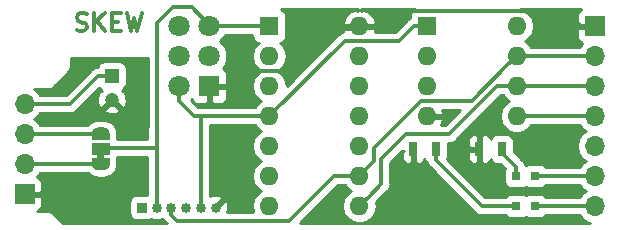
<source format=gtl>
G04 #@! TF.GenerationSoftware,KiCad,Pcbnew,5.0.2-bee76a0~70~ubuntu18.04.1*
G04 #@! TF.CreationDate,2019-03-01T14:38:36+01:00*
G04 #@! TF.ProjectId,skewboards,736b6577-626f-4617-9264-732e6b696361,rev?*
G04 #@! TF.SameCoordinates,Original*
G04 #@! TF.FileFunction,Copper,L1,Top*
G04 #@! TF.FilePolarity,Positive*
%FSLAX46Y46*%
G04 Gerber Fmt 4.6, Leading zero omitted, Abs format (unit mm)*
G04 Created by KiCad (PCBNEW 5.0.2-bee76a0~70~ubuntu18.04.1) date ven. 01 mars 2019 14:38:36 CET*
%MOMM*%
%LPD*%
G01*
G04 APERTURE LIST*
G04 #@! TA.AperFunction,NonConductor*
%ADD10C,0.375000*%
G04 #@! TD*
G04 #@! TA.AperFunction,ComponentPad*
%ADD11C,1.800000*%
G04 #@! TD*
G04 #@! TA.AperFunction,ComponentPad*
%ADD12R,1.800000X1.800000*%
G04 #@! TD*
G04 #@! TA.AperFunction,ComponentPad*
%ADD13R,1.200000X1.200000*%
G04 #@! TD*
G04 #@! TA.AperFunction,ComponentPad*
%ADD14C,1.200000*%
G04 #@! TD*
G04 #@! TA.AperFunction,ComponentPad*
%ADD15R,1.700000X1.700000*%
G04 #@! TD*
G04 #@! TA.AperFunction,ComponentPad*
%ADD16O,1.700000X1.700000*%
G04 #@! TD*
G04 #@! TA.AperFunction,ComponentPad*
%ADD17R,1.600000X1.600000*%
G04 #@! TD*
G04 #@! TA.AperFunction,ComponentPad*
%ADD18O,1.600000X1.600000*%
G04 #@! TD*
G04 #@! TA.AperFunction,SMDPad,CuDef*
%ADD19R,0.800000X0.800000*%
G04 #@! TD*
G04 #@! TA.AperFunction,SMDPad,CuDef*
%ADD20R,0.700000X1.300000*%
G04 #@! TD*
G04 #@! TA.AperFunction,ComponentPad*
%ADD21C,0.850000*%
G04 #@! TD*
G04 #@! TA.AperFunction,ComponentPad*
%ADD22R,0.850000X0.850000*%
G04 #@! TD*
G04 #@! TA.AperFunction,SMDPad,CuDef*
%ADD23C,0.500000*%
G04 #@! TD*
G04 #@! TA.AperFunction,Conductor*
%ADD24C,0.100000*%
G04 #@! TD*
G04 #@! TA.AperFunction,SMDPad,CuDef*
%ADD25R,1.500000X1.000000*%
G04 #@! TD*
G04 #@! TA.AperFunction,ViaPad*
%ADD26C,0.600000*%
G04 #@! TD*
G04 #@! TA.AperFunction,Conductor*
%ADD27C,0.300000*%
G04 #@! TD*
G04 #@! TA.AperFunction,Conductor*
%ADD28C,0.254000*%
G04 #@! TD*
G04 APERTURE END LIST*
D10*
X58961714Y-28965142D02*
X59176000Y-29036571D01*
X59533142Y-29036571D01*
X59676000Y-28965142D01*
X59747428Y-28893714D01*
X59818857Y-28750857D01*
X59818857Y-28608000D01*
X59747428Y-28465142D01*
X59676000Y-28393714D01*
X59533142Y-28322285D01*
X59247428Y-28250857D01*
X59104571Y-28179428D01*
X59033142Y-28108000D01*
X58961714Y-27965142D01*
X58961714Y-27822285D01*
X59033142Y-27679428D01*
X59104571Y-27608000D01*
X59247428Y-27536571D01*
X59604571Y-27536571D01*
X59818857Y-27608000D01*
X60461714Y-29036571D02*
X60461714Y-27536571D01*
X61318857Y-29036571D02*
X60676000Y-28179428D01*
X61318857Y-27536571D02*
X60461714Y-28393714D01*
X61961714Y-28250857D02*
X62461714Y-28250857D01*
X62676000Y-29036571D02*
X61961714Y-29036571D01*
X61961714Y-27536571D01*
X62676000Y-27536571D01*
X63176000Y-27536571D02*
X63533142Y-29036571D01*
X63818857Y-27965142D01*
X64104571Y-29036571D01*
X64461714Y-27536571D01*
D11*
G04 #@! TO.P,J4,5*
G04 #@! TO.N,/RESET*
X67645000Y-33692000D03*
G04 #@! TO.P,J4,4*
G04 #@! TO.N,/MOSI*
X70185000Y-31152000D03*
D12*
G04 #@! TO.P,J4,6*
G04 #@! TO.N,GND*
X70185000Y-33692000D03*
D11*
G04 #@! TO.P,J4,2*
G04 #@! TO.N,VCC*
X70185000Y-28612000D03*
G04 #@! TO.P,J4,3*
G04 #@! TO.N,/SCK*
X67645000Y-31152000D03*
G04 #@! TO.P,J4,1*
G04 #@! TO.N,/MISO*
X67645000Y-28612000D03*
G04 #@! TD*
D13*
G04 #@! TO.P,C1,1*
G04 #@! TO.N,/RST*
X61930000Y-32835000D03*
D14*
G04 #@! TO.P,C1,2*
G04 #@! TO.N,GND*
X61930000Y-34835000D03*
G04 #@! TD*
D15*
G04 #@! TO.P,J1,1*
G04 #@! TO.N,GND*
X54564000Y-42836000D03*
D16*
G04 #@! TO.P,J1,2*
G04 #@! TO.N,Net-(J1-Pad2)*
X54564000Y-40296000D03*
G04 #@! TO.P,J1,3*
G04 #@! TO.N,Net-(J1-Pad3)*
X54564000Y-37756000D03*
G04 #@! TO.P,J1,4*
G04 #@! TO.N,/RST*
X54564000Y-35216000D03*
G04 #@! TD*
D15*
G04 #@! TO.P,J2,1*
G04 #@! TO.N,GND*
X102824000Y-28612000D03*
D16*
G04 #@! TO.P,J2,2*
G04 #@! TO.N,/SCK*
X102824000Y-31152000D03*
G04 #@! TO.P,J2,3*
G04 #@! TO.N,/MISO*
X102824000Y-33692000D03*
G04 #@! TO.P,J2,4*
G04 #@! TO.N,/MOSI*
X102824000Y-36232000D03*
G04 #@! TO.P,J2,5*
G04 #@! TO.N,/RESET*
X102824000Y-38772000D03*
G04 #@! TO.P,J2,6*
G04 #@! TO.N,/HEARTBEAT*
X102824000Y-41312000D03*
G04 #@! TO.P,J2,7*
G04 #@! TO.N,/ERROR*
X102824000Y-43852000D03*
G04 #@! TD*
D17*
G04 #@! TO.P,S8,1*
G04 #@! TO.N,/RESET*
X88600000Y-28612000D03*
D18*
G04 #@! TO.P,S8,5*
G04 #@! TO.N,/MOSI*
X96220000Y-36232000D03*
G04 #@! TO.P,S8,2*
G04 #@! TO.N,N/C*
X88600000Y-31152000D03*
G04 #@! TO.P,S8,6*
G04 #@! TO.N,/MISO*
X96220000Y-33692000D03*
G04 #@! TO.P,S8,3*
G04 #@! TO.N,N/C*
X88600000Y-33692000D03*
G04 #@! TO.P,S8,7*
G04 #@! TO.N,/SCK*
X96220000Y-31152000D03*
G04 #@! TO.P,S8,4*
G04 #@! TO.N,GND*
X88600000Y-36232000D03*
G04 #@! TO.P,S8,8*
G04 #@! TO.N,VCC*
X96220000Y-28612000D03*
G04 #@! TD*
D17*
G04 #@! TO.P,S14,1*
G04 #@! TO.N,VCC*
X75265000Y-28612000D03*
D18*
G04 #@! TO.P,S14,8*
G04 #@! TO.N,/MISO*
X82885000Y-43852000D03*
G04 #@! TO.P,S14,2*
G04 #@! TO.N,N/C*
X75265000Y-31152000D03*
G04 #@! TO.P,S14,9*
G04 #@! TO.N,/SCK*
X82885000Y-41312000D03*
G04 #@! TO.P,S14,3*
G04 #@! TO.N,N/C*
X75265000Y-33692000D03*
G04 #@! TO.P,S14,10*
X82885000Y-38772000D03*
G04 #@! TO.P,S14,4*
G04 #@! TO.N,/RESET*
X75265000Y-36232000D03*
G04 #@! TO.P,S14,11*
G04 #@! TO.N,N/C*
X82885000Y-36232000D03*
G04 #@! TO.P,S14,5*
X75265000Y-38772000D03*
G04 #@! TO.P,S14,12*
X82885000Y-33692000D03*
G04 #@! TO.P,S14,6*
X75265000Y-41312000D03*
G04 #@! TO.P,S14,13*
X82885000Y-31152000D03*
G04 #@! TO.P,S14,7*
G04 #@! TO.N,/MOSI*
X75265000Y-43852000D03*
G04 #@! TO.P,S14,14*
G04 #@! TO.N,GND*
X82885000Y-28612000D03*
G04 #@! TD*
D19*
G04 #@! TO.P,D1,2*
G04 #@! TO.N,/HEARTBEAT*
X97782000Y-41312000D03*
G04 #@! TO.P,D1,1*
G04 #@! TO.N,Net-(D1-Pad1)*
X96182000Y-41312000D03*
G04 #@! TD*
G04 #@! TO.P,D2,2*
G04 #@! TO.N,/ERROR*
X97782000Y-43852000D03*
G04 #@! TO.P,D2,1*
G04 #@! TO.N,Net-(D2-Pad1)*
X96182000Y-43852000D03*
G04 #@! TD*
D20*
G04 #@! TO.P,R1,1*
G04 #@! TO.N,Net-(D1-Pad1)*
X94950000Y-39026000D03*
G04 #@! TO.P,R1,2*
G04 #@! TO.N,GND*
X93050000Y-39026000D03*
G04 #@! TD*
G04 #@! TO.P,R2,1*
G04 #@! TO.N,Net-(D2-Pad1)*
X89357000Y-39026000D03*
G04 #@! TO.P,R2,2*
G04 #@! TO.N,GND*
X87457000Y-39026000D03*
G04 #@! TD*
D21*
G04 #@! TO.P,J5,6*
G04 #@! TO.N,GND*
X70720000Y-43979000D03*
G04 #@! TO.P,J5,5*
G04 #@! TO.N,/RESET*
X69470000Y-43979000D03*
G04 #@! TO.P,J5,4*
G04 #@! TO.N,/MOSI*
X68220000Y-43979000D03*
G04 #@! TO.P,J5,3*
G04 #@! TO.N,/SCK*
X66970000Y-43979000D03*
G04 #@! TO.P,J5,2*
G04 #@! TO.N,VCC*
X65720000Y-43979000D03*
D22*
G04 #@! TO.P,J5,1*
G04 #@! TO.N,/MISO*
X64470000Y-43979000D03*
G04 #@! TD*
D23*
G04 #@! TO.P,JP1,1*
G04 #@! TO.N,Net-(J1-Pad2)*
X61000000Y-40300000D03*
D24*
G04 #@! TD*
G04 #@! TO.N,Net-(J1-Pad2)*
G04 #@! TO.C,JP1*
G36*
X60700000Y-39750000D02*
X60700000Y-39400000D01*
X61300000Y-39400000D01*
X61300000Y-39750000D01*
X61750000Y-39750000D01*
X61750000Y-40300000D01*
X61749398Y-40300000D01*
X61749398Y-40324534D01*
X61744588Y-40373365D01*
X61735016Y-40421490D01*
X61720772Y-40468445D01*
X61701995Y-40513778D01*
X61678864Y-40557051D01*
X61651604Y-40597850D01*
X61620476Y-40635779D01*
X61585779Y-40670476D01*
X61547850Y-40701604D01*
X61507051Y-40728864D01*
X61463778Y-40751995D01*
X61418445Y-40770772D01*
X61371490Y-40785016D01*
X61323365Y-40794588D01*
X61274534Y-40799398D01*
X61250000Y-40799398D01*
X61250000Y-40800000D01*
X60750000Y-40800000D01*
X60750000Y-40799398D01*
X60725466Y-40799398D01*
X60676635Y-40794588D01*
X60628510Y-40785016D01*
X60581555Y-40770772D01*
X60536222Y-40751995D01*
X60492949Y-40728864D01*
X60452150Y-40701604D01*
X60414221Y-40670476D01*
X60379524Y-40635779D01*
X60348396Y-40597850D01*
X60321136Y-40557051D01*
X60298005Y-40513778D01*
X60279228Y-40468445D01*
X60264984Y-40421490D01*
X60255412Y-40373365D01*
X60250602Y-40324534D01*
X60250602Y-40300000D01*
X60250000Y-40300000D01*
X60250000Y-39750000D01*
X60700000Y-39750000D01*
X60700000Y-39750000D01*
G37*
D23*
G04 #@! TO.P,JP1,3*
G04 #@! TO.N,Net-(J1-Pad3)*
X61000000Y-37700000D03*
D24*
G04 #@! TD*
G04 #@! TO.N,Net-(J1-Pad3)*
G04 #@! TO.C,JP1*
G36*
X60250602Y-37700000D02*
X60250602Y-37675466D01*
X60255412Y-37626635D01*
X60264984Y-37578510D01*
X60279228Y-37531555D01*
X60298005Y-37486222D01*
X60321136Y-37442949D01*
X60348396Y-37402150D01*
X60379524Y-37364221D01*
X60414221Y-37329524D01*
X60452150Y-37298396D01*
X60492949Y-37271136D01*
X60536222Y-37248005D01*
X60581555Y-37229228D01*
X60628510Y-37214984D01*
X60676635Y-37205412D01*
X60725466Y-37200602D01*
X60750000Y-37200602D01*
X60750000Y-37200000D01*
X61250000Y-37200000D01*
X61250000Y-37200602D01*
X61274534Y-37200602D01*
X61323365Y-37205412D01*
X61371490Y-37214984D01*
X61418445Y-37229228D01*
X61463778Y-37248005D01*
X61507051Y-37271136D01*
X61547850Y-37298396D01*
X61585779Y-37329524D01*
X61620476Y-37364221D01*
X61651604Y-37402150D01*
X61678864Y-37442949D01*
X61701995Y-37486222D01*
X61720772Y-37531555D01*
X61735016Y-37578510D01*
X61744588Y-37626635D01*
X61749398Y-37675466D01*
X61749398Y-37700000D01*
X61750000Y-37700000D01*
X61750000Y-38250000D01*
X60250000Y-38250000D01*
X60250000Y-37700000D01*
X60250602Y-37700000D01*
X60250602Y-37700000D01*
G37*
D25*
G04 #@! TO.P,JP1,2*
G04 #@! TO.N,VCC*
X61000000Y-39000000D03*
G04 #@! TD*
D26*
G04 #@! TO.N,GND*
X87584000Y-41312000D03*
X93934000Y-36740000D03*
X60914000Y-42582000D03*
X70502500Y-38327500D03*
G04 #@! TD*
D27*
G04 #@! TO.N,/RST*
X55766081Y-35216000D02*
X54564000Y-35216000D01*
X58374000Y-35216000D02*
X55766081Y-35216000D01*
X61930000Y-32835000D02*
X60755000Y-32835000D01*
X60755000Y-32835000D02*
X58374000Y-35216000D01*
G04 #@! TO.N,GND*
X82885000Y-28612000D02*
X85806000Y-28612000D01*
X101674000Y-28612000D02*
X102824000Y-28612000D01*
X100423999Y-27361999D02*
X101674000Y-28612000D01*
X87056001Y-27361999D02*
X100423999Y-27361999D01*
X85806000Y-28612000D02*
X87056001Y-27361999D01*
X82631000Y-28866000D02*
X82885000Y-28612000D01*
X80472000Y-28866000D02*
X82631000Y-28866000D01*
X76935999Y-32402001D02*
X80472000Y-28866000D01*
X74397999Y-32402001D02*
X76935999Y-32402001D01*
X70185000Y-33692000D02*
X73108000Y-33692000D01*
X73108000Y-33692000D02*
X74397999Y-32402001D01*
G04 #@! TO.N,/HEARTBEAT*
X97782000Y-41312000D02*
X102824000Y-41312000D01*
G04 #@! TO.N,Net-(D1-Pad1)*
X96182000Y-40558000D02*
X96182000Y-41312000D01*
X94950000Y-39026000D02*
X94950000Y-39326000D01*
X94950000Y-39326000D02*
X96182000Y-40558000D01*
G04 #@! TO.N,/ERROR*
X97782000Y-43852000D02*
X102824000Y-43852000D01*
G04 #@! TO.N,Net-(D2-Pad1)*
X95482000Y-43852000D02*
X96182000Y-43852000D01*
X93233000Y-43852000D02*
X95482000Y-43852000D01*
X89357000Y-39976000D02*
X93233000Y-43852000D01*
X89357000Y-39026000D02*
X89357000Y-39976000D01*
G04 #@! TO.N,VCC*
X75265000Y-28612000D02*
X70185000Y-28612000D01*
X65720000Y-43377960D02*
X65720000Y-43979000D01*
X67072990Y-27025010D02*
X65740000Y-28358000D01*
X68725010Y-27025010D02*
X67072990Y-27025010D01*
X65740000Y-28358000D02*
X65740000Y-37301960D01*
X70185000Y-28612000D02*
X70185000Y-28485000D01*
X70185000Y-28485000D02*
X68725010Y-27025010D01*
X65740000Y-37301960D02*
X65720000Y-37321960D01*
X65669990Y-38949990D02*
X61586402Y-38949990D01*
X65720000Y-39000000D02*
X65669990Y-38949990D01*
X65720000Y-39000000D02*
X65720000Y-43979000D01*
X65720000Y-37321960D02*
X65720000Y-39000000D01*
G04 #@! TO.N,Net-(J1-Pad3)*
X60944000Y-37756000D02*
X61000000Y-37700000D01*
X54564000Y-37756000D02*
X60944000Y-37756000D01*
G04 #@! TO.N,/SCK*
X102824000Y-31152000D02*
X96220000Y-31152000D01*
X67491961Y-45102001D02*
X76935999Y-45102001D01*
X66970000Y-43979000D02*
X66970000Y-44580040D01*
X66970000Y-44580040D02*
X67491961Y-45102001D01*
X80726000Y-41312000D02*
X82885000Y-41312000D01*
X76935999Y-45102001D02*
X80726000Y-41312000D01*
X92429999Y-34942001D02*
X95420001Y-31951999D01*
X88111999Y-34942001D02*
X92429999Y-34942001D01*
X84135001Y-38918999D02*
X88111999Y-34942001D01*
X95420001Y-31951999D02*
X96220000Y-31152000D01*
X84135001Y-40061999D02*
X84135001Y-38918999D01*
X82885000Y-41312000D02*
X84135001Y-40061999D01*
G04 #@! TO.N,/MISO*
X102824000Y-33692000D02*
X96220000Y-33692000D01*
X94528542Y-33692000D02*
X90464542Y-37756000D01*
X90464542Y-37756000D02*
X86822000Y-37756000D01*
X84735011Y-42001989D02*
X83684999Y-43052001D01*
X83684999Y-43052001D02*
X82885000Y-43852000D01*
X96220000Y-33692000D02*
X94528542Y-33692000D01*
X86822000Y-37756000D02*
X84735011Y-39842989D01*
X84735011Y-39842989D02*
X84735011Y-42001989D01*
G04 #@! TO.N,/MOSI*
X102824000Y-36232000D02*
X96220000Y-36232000D01*
G04 #@! TO.N,/RESET*
X67645000Y-34964792D02*
X68912208Y-36232000D01*
X74133630Y-36232000D02*
X75265000Y-36232000D01*
X67645000Y-33692000D02*
X67645000Y-34964792D01*
X87500000Y-28612000D02*
X88600000Y-28612000D01*
X86249999Y-29862001D02*
X87500000Y-28612000D01*
X81634999Y-29862001D02*
X86249999Y-29862001D01*
X75265000Y-36232000D02*
X81634999Y-29862001D01*
X69470000Y-36312000D02*
X69550000Y-36232000D01*
X69470000Y-43979000D02*
X69470000Y-36312000D01*
X68912208Y-36232000D02*
X69550000Y-36232000D01*
X69550000Y-36232000D02*
X74133630Y-36232000D01*
G04 #@! TO.N,Net-(J1-Pad2)*
X60996000Y-40296000D02*
X61000000Y-40300000D01*
X54564000Y-40296000D02*
X60996000Y-40296000D01*
G04 #@! TD*
D28*
G04 #@! TO.N,GND*
G36*
X87584000Y-38899000D02*
X87604000Y-38899000D01*
X87604000Y-39153000D01*
X87584000Y-39153000D01*
X87584000Y-40152250D01*
X87742750Y-40311000D01*
X87933309Y-40311000D01*
X88166698Y-40214327D01*
X88345327Y-40035699D01*
X88403279Y-39895791D01*
X88408843Y-39923765D01*
X88549191Y-40133809D01*
X88593962Y-40163724D01*
X88617546Y-40282291D01*
X88747251Y-40476408D01*
X88747254Y-40476411D01*
X88791048Y-40541953D01*
X88856590Y-40585747D01*
X92623251Y-44352408D01*
X92667047Y-44417953D01*
X92926708Y-44591454D01*
X93155684Y-44637000D01*
X93155688Y-44637000D01*
X93233000Y-44652378D01*
X93310312Y-44637000D01*
X95275541Y-44637000D01*
X95324191Y-44709809D01*
X95534235Y-44850157D01*
X95782000Y-44899440D01*
X96582000Y-44899440D01*
X96829765Y-44850157D01*
X96982000Y-44748436D01*
X97134235Y-44850157D01*
X97382000Y-44899440D01*
X98182000Y-44899440D01*
X98429765Y-44850157D01*
X98639809Y-44709809D01*
X98688459Y-44637000D01*
X101562526Y-44637000D01*
X101753375Y-44922625D01*
X102244582Y-45250839D01*
X102441458Y-45290000D01*
X77858157Y-45290000D01*
X81051158Y-42097000D01*
X81683661Y-42097000D01*
X81850423Y-42346577D01*
X82202758Y-42582000D01*
X81850423Y-42817423D01*
X81533260Y-43292091D01*
X81421887Y-43852000D01*
X81533260Y-44411909D01*
X81850423Y-44886577D01*
X82325091Y-45203740D01*
X82743667Y-45287000D01*
X83026333Y-45287000D01*
X83444909Y-45203740D01*
X83919577Y-44886577D01*
X84236740Y-44411909D01*
X84348113Y-43852000D01*
X84289554Y-43557604D01*
X84294748Y-43552410D01*
X84294750Y-43552407D01*
X85235422Y-42611736D01*
X85300964Y-42567942D01*
X85344758Y-42502400D01*
X85344760Y-42502398D01*
X85401821Y-42417000D01*
X85474465Y-42308281D01*
X85520011Y-42079305D01*
X85520011Y-42079301D01*
X85535389Y-42001990D01*
X85520011Y-41924679D01*
X85520011Y-40168146D01*
X86535156Y-39153002D01*
X86630748Y-39153002D01*
X86472000Y-39311750D01*
X86472000Y-39802310D01*
X86568673Y-40035699D01*
X86747302Y-40214327D01*
X86980691Y-40311000D01*
X87171250Y-40311000D01*
X87330000Y-40152250D01*
X87330000Y-39153000D01*
X87310000Y-39153000D01*
X87310000Y-38899000D01*
X87330000Y-38899000D01*
X87330000Y-38879000D01*
X87584000Y-38879000D01*
X87584000Y-38899000D01*
X87584000Y-38899000D01*
G37*
X87584000Y-38899000D02*
X87604000Y-38899000D01*
X87604000Y-39153000D01*
X87584000Y-39153000D01*
X87584000Y-40152250D01*
X87742750Y-40311000D01*
X87933309Y-40311000D01*
X88166698Y-40214327D01*
X88345327Y-40035699D01*
X88403279Y-39895791D01*
X88408843Y-39923765D01*
X88549191Y-40133809D01*
X88593962Y-40163724D01*
X88617546Y-40282291D01*
X88747251Y-40476408D01*
X88747254Y-40476411D01*
X88791048Y-40541953D01*
X88856590Y-40585747D01*
X92623251Y-44352408D01*
X92667047Y-44417953D01*
X92926708Y-44591454D01*
X93155684Y-44637000D01*
X93155688Y-44637000D01*
X93233000Y-44652378D01*
X93310312Y-44637000D01*
X95275541Y-44637000D01*
X95324191Y-44709809D01*
X95534235Y-44850157D01*
X95782000Y-44899440D01*
X96582000Y-44899440D01*
X96829765Y-44850157D01*
X96982000Y-44748436D01*
X97134235Y-44850157D01*
X97382000Y-44899440D01*
X98182000Y-44899440D01*
X98429765Y-44850157D01*
X98639809Y-44709809D01*
X98688459Y-44637000D01*
X101562526Y-44637000D01*
X101753375Y-44922625D01*
X102244582Y-45250839D01*
X102441458Y-45290000D01*
X77858157Y-45290000D01*
X81051158Y-42097000D01*
X81683661Y-42097000D01*
X81850423Y-42346577D01*
X82202758Y-42582000D01*
X81850423Y-42817423D01*
X81533260Y-43292091D01*
X81421887Y-43852000D01*
X81533260Y-44411909D01*
X81850423Y-44886577D01*
X82325091Y-45203740D01*
X82743667Y-45287000D01*
X83026333Y-45287000D01*
X83444909Y-45203740D01*
X83919577Y-44886577D01*
X84236740Y-44411909D01*
X84348113Y-43852000D01*
X84289554Y-43557604D01*
X84294748Y-43552410D01*
X84294750Y-43552407D01*
X85235422Y-42611736D01*
X85300964Y-42567942D01*
X85344758Y-42502400D01*
X85344760Y-42502398D01*
X85401821Y-42417000D01*
X85474465Y-42308281D01*
X85520011Y-42079305D01*
X85520011Y-42079301D01*
X85535389Y-42001990D01*
X85520011Y-41924679D01*
X85520011Y-40168146D01*
X86535156Y-39153002D01*
X86630748Y-39153002D01*
X86472000Y-39311750D01*
X86472000Y-39802310D01*
X86568673Y-40035699D01*
X86747302Y-40214327D01*
X86980691Y-40311000D01*
X87171250Y-40311000D01*
X87330000Y-40152250D01*
X87330000Y-39153000D01*
X87310000Y-39153000D01*
X87310000Y-38899000D01*
X87330000Y-38899000D01*
X87330000Y-38879000D01*
X87584000Y-38879000D01*
X87584000Y-38899000D01*
G36*
X64935001Y-42914517D02*
X64895000Y-42906560D01*
X64045000Y-42906560D01*
X63797235Y-42955843D01*
X63587191Y-43096191D01*
X63446843Y-43306235D01*
X63397560Y-43554000D01*
X63397560Y-44404000D01*
X63446843Y-44651765D01*
X63587191Y-44861809D01*
X63797235Y-45002157D01*
X64045000Y-45051440D01*
X64895000Y-45051440D01*
X65142765Y-45002157D01*
X65248936Y-44931215D01*
X65509153Y-45039000D01*
X65930847Y-45039000D01*
X66245476Y-44908677D01*
X66293454Y-44980480D01*
X66360251Y-45080448D01*
X66360253Y-45080450D01*
X66404048Y-45145993D01*
X66469590Y-45189787D01*
X66569803Y-45290000D01*
X57794092Y-45290000D01*
X57051494Y-44547404D01*
X57011881Y-44488119D01*
X56777028Y-44331195D01*
X56569926Y-44290000D01*
X56569924Y-44290000D01*
X56500000Y-44276091D01*
X56430076Y-44290000D01*
X55615150Y-44290000D01*
X55773698Y-44224327D01*
X55952327Y-44045699D01*
X56049000Y-43812310D01*
X56049000Y-43121750D01*
X55890250Y-42963000D01*
X54691000Y-42963000D01*
X54691000Y-42983000D01*
X54437000Y-42983000D01*
X54437000Y-42963000D01*
X54417000Y-42963000D01*
X54417000Y-42709000D01*
X54437000Y-42709000D01*
X54437000Y-42689000D01*
X54691000Y-42689000D01*
X54691000Y-42709000D01*
X55890250Y-42709000D01*
X56049000Y-42550250D01*
X56049000Y-41859690D01*
X55952327Y-41626301D01*
X55773698Y-41447673D01*
X55612967Y-41381096D01*
X55634625Y-41366625D01*
X55825474Y-41081000D01*
X59911680Y-41081000D01*
X59974994Y-41144314D01*
X60073104Y-41224831D01*
X60154603Y-41279287D01*
X60266540Y-41339119D01*
X60357096Y-41376628D01*
X60478549Y-41413470D01*
X60574682Y-41432592D01*
X60700991Y-41445032D01*
X60737894Y-41445032D01*
X60750000Y-41447440D01*
X61250000Y-41447440D01*
X61262106Y-41445032D01*
X61299009Y-41445032D01*
X61425318Y-41432592D01*
X61521451Y-41413470D01*
X61642904Y-41376628D01*
X61733460Y-41339119D01*
X61845397Y-41279287D01*
X61926896Y-41224831D01*
X62025006Y-41144314D01*
X62094314Y-41075006D01*
X62174831Y-40976896D01*
X62229287Y-40895397D01*
X62289119Y-40783460D01*
X62326628Y-40692904D01*
X62363470Y-40571451D01*
X62382592Y-40475318D01*
X62395032Y-40349009D01*
X62395032Y-40312106D01*
X62397440Y-40300000D01*
X62397440Y-39750000D01*
X62394454Y-39734990D01*
X64935000Y-39734990D01*
X64935001Y-42914517D01*
X64935001Y-42914517D01*
G37*
X64935001Y-42914517D02*
X64895000Y-42906560D01*
X64045000Y-42906560D01*
X63797235Y-42955843D01*
X63587191Y-43096191D01*
X63446843Y-43306235D01*
X63397560Y-43554000D01*
X63397560Y-44404000D01*
X63446843Y-44651765D01*
X63587191Y-44861809D01*
X63797235Y-45002157D01*
X64045000Y-45051440D01*
X64895000Y-45051440D01*
X65142765Y-45002157D01*
X65248936Y-44931215D01*
X65509153Y-45039000D01*
X65930847Y-45039000D01*
X66245476Y-44908677D01*
X66293454Y-44980480D01*
X66360251Y-45080448D01*
X66360253Y-45080450D01*
X66404048Y-45145993D01*
X66469590Y-45189787D01*
X66569803Y-45290000D01*
X57794092Y-45290000D01*
X57051494Y-44547404D01*
X57011881Y-44488119D01*
X56777028Y-44331195D01*
X56569926Y-44290000D01*
X56569924Y-44290000D01*
X56500000Y-44276091D01*
X56430076Y-44290000D01*
X55615150Y-44290000D01*
X55773698Y-44224327D01*
X55952327Y-44045699D01*
X56049000Y-43812310D01*
X56049000Y-43121750D01*
X55890250Y-42963000D01*
X54691000Y-42963000D01*
X54691000Y-42983000D01*
X54437000Y-42983000D01*
X54437000Y-42963000D01*
X54417000Y-42963000D01*
X54417000Y-42709000D01*
X54437000Y-42709000D01*
X54437000Y-42689000D01*
X54691000Y-42689000D01*
X54691000Y-42709000D01*
X55890250Y-42709000D01*
X56049000Y-42550250D01*
X56049000Y-41859690D01*
X55952327Y-41626301D01*
X55773698Y-41447673D01*
X55612967Y-41381096D01*
X55634625Y-41366625D01*
X55825474Y-41081000D01*
X59911680Y-41081000D01*
X59974994Y-41144314D01*
X60073104Y-41224831D01*
X60154603Y-41279287D01*
X60266540Y-41339119D01*
X60357096Y-41376628D01*
X60478549Y-41413470D01*
X60574682Y-41432592D01*
X60700991Y-41445032D01*
X60737894Y-41445032D01*
X60750000Y-41447440D01*
X61250000Y-41447440D01*
X61262106Y-41445032D01*
X61299009Y-41445032D01*
X61425318Y-41432592D01*
X61521451Y-41413470D01*
X61642904Y-41376628D01*
X61733460Y-41339119D01*
X61845397Y-41279287D01*
X61926896Y-41224831D01*
X62025006Y-41144314D01*
X62094314Y-41075006D01*
X62174831Y-40976896D01*
X62229287Y-40895397D01*
X62289119Y-40783460D01*
X62326628Y-40692904D01*
X62363470Y-40571451D01*
X62382592Y-40475318D01*
X62395032Y-40349009D01*
X62395032Y-40312106D01*
X62397440Y-40300000D01*
X62397440Y-39750000D01*
X62394454Y-39734990D01*
X64935000Y-39734990D01*
X64935001Y-42914517D01*
G36*
X74230423Y-37266577D02*
X74582758Y-37502000D01*
X74230423Y-37737423D01*
X73913260Y-38212091D01*
X73801887Y-38772000D01*
X73913260Y-39331909D01*
X74230423Y-39806577D01*
X74582758Y-40042000D01*
X74230423Y-40277423D01*
X73913260Y-40752091D01*
X73801887Y-41312000D01*
X73913260Y-41871909D01*
X74230423Y-42346577D01*
X74582758Y-42582000D01*
X74230423Y-42817423D01*
X73913260Y-43292091D01*
X73801887Y-43852000D01*
X73894382Y-44317001D01*
X71724727Y-44317001D01*
X71793272Y-44106061D01*
X71760199Y-43685666D01*
X71662950Y-43450887D01*
X71455553Y-43423052D01*
X70899605Y-43979000D01*
X70913748Y-43993143D01*
X70734143Y-44172748D01*
X70720000Y-44158605D01*
X70705858Y-44172748D01*
X70530000Y-43996890D01*
X70530000Y-43989395D01*
X70540395Y-43979000D01*
X70530000Y-43968605D01*
X70530000Y-43961110D01*
X70705858Y-43785253D01*
X70720000Y-43799395D01*
X71275948Y-43243447D01*
X71248113Y-43036050D01*
X70847061Y-42905728D01*
X70426666Y-42938801D01*
X70255000Y-43009908D01*
X70255000Y-37017000D01*
X74063661Y-37017000D01*
X74230423Y-37266577D01*
X74230423Y-37266577D01*
G37*
X74230423Y-37266577D02*
X74582758Y-37502000D01*
X74230423Y-37737423D01*
X73913260Y-38212091D01*
X73801887Y-38772000D01*
X73913260Y-39331909D01*
X74230423Y-39806577D01*
X74582758Y-40042000D01*
X74230423Y-40277423D01*
X73913260Y-40752091D01*
X73801887Y-41312000D01*
X73913260Y-41871909D01*
X74230423Y-42346577D01*
X74582758Y-42582000D01*
X74230423Y-42817423D01*
X73913260Y-43292091D01*
X73801887Y-43852000D01*
X73894382Y-44317001D01*
X71724727Y-44317001D01*
X71793272Y-44106061D01*
X71760199Y-43685666D01*
X71662950Y-43450887D01*
X71455553Y-43423052D01*
X70899605Y-43979000D01*
X70913748Y-43993143D01*
X70734143Y-44172748D01*
X70720000Y-44158605D01*
X70705858Y-44172748D01*
X70530000Y-43996890D01*
X70530000Y-43989395D01*
X70540395Y-43979000D01*
X70530000Y-43968605D01*
X70530000Y-43961110D01*
X70705858Y-43785253D01*
X70720000Y-43799395D01*
X71275948Y-43243447D01*
X71248113Y-43036050D01*
X70847061Y-42905728D01*
X70426666Y-42938801D01*
X70255000Y-43009908D01*
X70255000Y-37017000D01*
X74063661Y-37017000D01*
X74230423Y-37266577D01*
G36*
X95185423Y-34726577D02*
X95537758Y-34962000D01*
X95185423Y-35197423D01*
X94868260Y-35672091D01*
X94756887Y-36232000D01*
X94868260Y-36791909D01*
X95185423Y-37266577D01*
X95660091Y-37583740D01*
X96078667Y-37667000D01*
X96361333Y-37667000D01*
X96779909Y-37583740D01*
X97254577Y-37266577D01*
X97421339Y-37017000D01*
X101562526Y-37017000D01*
X101753375Y-37302625D01*
X102051761Y-37502000D01*
X101753375Y-37701375D01*
X101425161Y-38192582D01*
X101309908Y-38772000D01*
X101425161Y-39351418D01*
X101753375Y-39842625D01*
X102051761Y-40042000D01*
X101753375Y-40241375D01*
X101562526Y-40527000D01*
X98688459Y-40527000D01*
X98639809Y-40454191D01*
X98429765Y-40313843D01*
X98182000Y-40264560D01*
X97382000Y-40264560D01*
X97134235Y-40313843D01*
X96982000Y-40415564D01*
X96949762Y-40394023D01*
X96921454Y-40251708D01*
X96854998Y-40152250D01*
X96791749Y-40057591D01*
X96791747Y-40057589D01*
X96747953Y-39992047D01*
X96682411Y-39948253D01*
X95947440Y-39213283D01*
X95947440Y-38376000D01*
X95898157Y-38128235D01*
X95757809Y-37918191D01*
X95547765Y-37777843D01*
X95300000Y-37728560D01*
X94600000Y-37728560D01*
X94352235Y-37777843D01*
X94142191Y-37918191D01*
X94001843Y-38128235D01*
X93996279Y-38156209D01*
X93938327Y-38016301D01*
X93759698Y-37837673D01*
X93526309Y-37741000D01*
X93335750Y-37741000D01*
X93177000Y-37899750D01*
X93177000Y-38899000D01*
X93197000Y-38899000D01*
X93197000Y-39153000D01*
X93177000Y-39153000D01*
X93177000Y-40152250D01*
X93335750Y-40311000D01*
X93526309Y-40311000D01*
X93759698Y-40214327D01*
X93938327Y-40035699D01*
X93996279Y-39895791D01*
X94001843Y-39923765D01*
X94142191Y-40133809D01*
X94352235Y-40274157D01*
X94600000Y-40323440D01*
X94837283Y-40323440D01*
X95182886Y-40669044D01*
X95134560Y-40912000D01*
X95134560Y-41712000D01*
X95183843Y-41959765D01*
X95324191Y-42169809D01*
X95534235Y-42310157D01*
X95782000Y-42359440D01*
X96582000Y-42359440D01*
X96829765Y-42310157D01*
X96982000Y-42208436D01*
X97134235Y-42310157D01*
X97382000Y-42359440D01*
X98182000Y-42359440D01*
X98429765Y-42310157D01*
X98639809Y-42169809D01*
X98688459Y-42097000D01*
X101562526Y-42097000D01*
X101753375Y-42382625D01*
X102051761Y-42582000D01*
X101753375Y-42781375D01*
X101562526Y-43067000D01*
X98688459Y-43067000D01*
X98639809Y-42994191D01*
X98429765Y-42853843D01*
X98182000Y-42804560D01*
X97382000Y-42804560D01*
X97134235Y-42853843D01*
X96982000Y-42955564D01*
X96829765Y-42853843D01*
X96582000Y-42804560D01*
X95782000Y-42804560D01*
X95534235Y-42853843D01*
X95324191Y-42994191D01*
X95275541Y-43067000D01*
X93558157Y-43067000D01*
X90323368Y-39832211D01*
X90354440Y-39676000D01*
X90354440Y-39311750D01*
X92065000Y-39311750D01*
X92065000Y-39802310D01*
X92161673Y-40035699D01*
X92340302Y-40214327D01*
X92573691Y-40311000D01*
X92764250Y-40311000D01*
X92923000Y-40152250D01*
X92923000Y-39153000D01*
X92223750Y-39153000D01*
X92065000Y-39311750D01*
X90354440Y-39311750D01*
X90354440Y-38541000D01*
X90387230Y-38541000D01*
X90464542Y-38556378D01*
X90541854Y-38541000D01*
X90541858Y-38541000D01*
X90770834Y-38495454D01*
X91030495Y-38321953D01*
X91074291Y-38256408D01*
X91081009Y-38249690D01*
X92065000Y-38249690D01*
X92065000Y-38740250D01*
X92223750Y-38899000D01*
X92923000Y-38899000D01*
X92923000Y-37899750D01*
X92764250Y-37741000D01*
X92573691Y-37741000D01*
X92340302Y-37837673D01*
X92161673Y-38016301D01*
X92065000Y-38249690D01*
X91081009Y-38249690D01*
X94853700Y-34477000D01*
X95018661Y-34477000D01*
X95185423Y-34726577D01*
X95185423Y-34726577D01*
G37*
X95185423Y-34726577D02*
X95537758Y-34962000D01*
X95185423Y-35197423D01*
X94868260Y-35672091D01*
X94756887Y-36232000D01*
X94868260Y-36791909D01*
X95185423Y-37266577D01*
X95660091Y-37583740D01*
X96078667Y-37667000D01*
X96361333Y-37667000D01*
X96779909Y-37583740D01*
X97254577Y-37266577D01*
X97421339Y-37017000D01*
X101562526Y-37017000D01*
X101753375Y-37302625D01*
X102051761Y-37502000D01*
X101753375Y-37701375D01*
X101425161Y-38192582D01*
X101309908Y-38772000D01*
X101425161Y-39351418D01*
X101753375Y-39842625D01*
X102051761Y-40042000D01*
X101753375Y-40241375D01*
X101562526Y-40527000D01*
X98688459Y-40527000D01*
X98639809Y-40454191D01*
X98429765Y-40313843D01*
X98182000Y-40264560D01*
X97382000Y-40264560D01*
X97134235Y-40313843D01*
X96982000Y-40415564D01*
X96949762Y-40394023D01*
X96921454Y-40251708D01*
X96854998Y-40152250D01*
X96791749Y-40057591D01*
X96791747Y-40057589D01*
X96747953Y-39992047D01*
X96682411Y-39948253D01*
X95947440Y-39213283D01*
X95947440Y-38376000D01*
X95898157Y-38128235D01*
X95757809Y-37918191D01*
X95547765Y-37777843D01*
X95300000Y-37728560D01*
X94600000Y-37728560D01*
X94352235Y-37777843D01*
X94142191Y-37918191D01*
X94001843Y-38128235D01*
X93996279Y-38156209D01*
X93938327Y-38016301D01*
X93759698Y-37837673D01*
X93526309Y-37741000D01*
X93335750Y-37741000D01*
X93177000Y-37899750D01*
X93177000Y-38899000D01*
X93197000Y-38899000D01*
X93197000Y-39153000D01*
X93177000Y-39153000D01*
X93177000Y-40152250D01*
X93335750Y-40311000D01*
X93526309Y-40311000D01*
X93759698Y-40214327D01*
X93938327Y-40035699D01*
X93996279Y-39895791D01*
X94001843Y-39923765D01*
X94142191Y-40133809D01*
X94352235Y-40274157D01*
X94600000Y-40323440D01*
X94837283Y-40323440D01*
X95182886Y-40669044D01*
X95134560Y-40912000D01*
X95134560Y-41712000D01*
X95183843Y-41959765D01*
X95324191Y-42169809D01*
X95534235Y-42310157D01*
X95782000Y-42359440D01*
X96582000Y-42359440D01*
X96829765Y-42310157D01*
X96982000Y-42208436D01*
X97134235Y-42310157D01*
X97382000Y-42359440D01*
X98182000Y-42359440D01*
X98429765Y-42310157D01*
X98639809Y-42169809D01*
X98688459Y-42097000D01*
X101562526Y-42097000D01*
X101753375Y-42382625D01*
X102051761Y-42582000D01*
X101753375Y-42781375D01*
X101562526Y-43067000D01*
X98688459Y-43067000D01*
X98639809Y-42994191D01*
X98429765Y-42853843D01*
X98182000Y-42804560D01*
X97382000Y-42804560D01*
X97134235Y-42853843D01*
X96982000Y-42955564D01*
X96829765Y-42853843D01*
X96582000Y-42804560D01*
X95782000Y-42804560D01*
X95534235Y-42853843D01*
X95324191Y-42994191D01*
X95275541Y-43067000D01*
X93558157Y-43067000D01*
X90323368Y-39832211D01*
X90354440Y-39676000D01*
X90354440Y-39311750D01*
X92065000Y-39311750D01*
X92065000Y-39802310D01*
X92161673Y-40035699D01*
X92340302Y-40214327D01*
X92573691Y-40311000D01*
X92764250Y-40311000D01*
X92923000Y-40152250D01*
X92923000Y-39153000D01*
X92223750Y-39153000D01*
X92065000Y-39311750D01*
X90354440Y-39311750D01*
X90354440Y-38541000D01*
X90387230Y-38541000D01*
X90464542Y-38556378D01*
X90541854Y-38541000D01*
X90541858Y-38541000D01*
X90770834Y-38495454D01*
X91030495Y-38321953D01*
X91074291Y-38256408D01*
X91081009Y-38249690D01*
X92065000Y-38249690D01*
X92065000Y-38740250D01*
X92223750Y-38899000D01*
X92923000Y-38899000D01*
X92923000Y-37899750D01*
X92764250Y-37741000D01*
X92573691Y-37741000D01*
X92340302Y-37837673D01*
X92161673Y-38016301D01*
X92065000Y-38249690D01*
X91081009Y-38249690D01*
X94853700Y-34477000D01*
X95018661Y-34477000D01*
X95185423Y-34726577D01*
G36*
X64955001Y-37144093D02*
X64935000Y-37244645D01*
X64935000Y-37244648D01*
X64919622Y-37321960D01*
X64935000Y-37399272D01*
X64935001Y-38164990D01*
X62397440Y-38164990D01*
X62397440Y-37700000D01*
X62395032Y-37687894D01*
X62395032Y-37650991D01*
X62382592Y-37524682D01*
X62363470Y-37428549D01*
X62326628Y-37307096D01*
X62289119Y-37216540D01*
X62229287Y-37104603D01*
X62174831Y-37023104D01*
X62094314Y-36924994D01*
X62025006Y-36855686D01*
X61926896Y-36775169D01*
X61845397Y-36720713D01*
X61733460Y-36660881D01*
X61642904Y-36623372D01*
X61521451Y-36586530D01*
X61425318Y-36567408D01*
X61299009Y-36554968D01*
X61262106Y-36554968D01*
X61250000Y-36552560D01*
X60750000Y-36552560D01*
X60737894Y-36554968D01*
X60700991Y-36554968D01*
X60574682Y-36567408D01*
X60478549Y-36586530D01*
X60357096Y-36623372D01*
X60266540Y-36660881D01*
X60154603Y-36720713D01*
X60073104Y-36775169D01*
X59974994Y-36855686D01*
X59905686Y-36924994D01*
X59867930Y-36971000D01*
X55825474Y-36971000D01*
X55634625Y-36685375D01*
X55336239Y-36486000D01*
X55634625Y-36286625D01*
X55825474Y-36001000D01*
X58296688Y-36001000D01*
X58374000Y-36016378D01*
X58451312Y-36001000D01*
X58451316Y-36001000D01*
X58680292Y-35955454D01*
X58939953Y-35781953D01*
X58983749Y-35716408D01*
X59002422Y-35697735D01*
X61246870Y-35697735D01*
X61296383Y-35923164D01*
X61761036Y-36082807D01*
X62251413Y-36052482D01*
X62563617Y-35923164D01*
X62613130Y-35697735D01*
X61930000Y-35014605D01*
X61246870Y-35697735D01*
X59002422Y-35697735D01*
X60846219Y-33853939D01*
X60872191Y-33892809D01*
X61005718Y-33982030D01*
X60951570Y-34036178D01*
X61067263Y-34151871D01*
X60841836Y-34201383D01*
X60682193Y-34666036D01*
X60712518Y-35156413D01*
X60841836Y-35468617D01*
X61067265Y-35518130D01*
X61750395Y-34835000D01*
X61736253Y-34820858D01*
X61915858Y-34641253D01*
X61930000Y-34655395D01*
X61944143Y-34641253D01*
X62123748Y-34820858D01*
X62109605Y-34835000D01*
X62792735Y-35518130D01*
X63018164Y-35468617D01*
X63177807Y-35003964D01*
X63147482Y-34513587D01*
X63018164Y-34201383D01*
X62792737Y-34151871D01*
X62908430Y-34036178D01*
X62854282Y-33982030D01*
X62987809Y-33892809D01*
X63128157Y-33682765D01*
X63177440Y-33435000D01*
X63177440Y-32235000D01*
X63128157Y-31987235D01*
X62987809Y-31777191D01*
X62777765Y-31636843D01*
X62530000Y-31587560D01*
X61330000Y-31587560D01*
X61082235Y-31636843D01*
X60872191Y-31777191D01*
X60731843Y-31987235D01*
X60721075Y-32041370D01*
X60677688Y-32050000D01*
X60677684Y-32050000D01*
X60448708Y-32095546D01*
X60448706Y-32095547D01*
X60448707Y-32095547D01*
X60254591Y-32225251D01*
X60254589Y-32225253D01*
X60189047Y-32269047D01*
X60145253Y-32334589D01*
X58048843Y-34431000D01*
X55825474Y-34431000D01*
X55634625Y-34145375D01*
X55357192Y-33960000D01*
X56430076Y-33960000D01*
X56500000Y-33973909D01*
X56569924Y-33960000D01*
X56569926Y-33960000D01*
X56777028Y-33918805D01*
X57011881Y-33761881D01*
X57051494Y-33702596D01*
X58202601Y-32551490D01*
X58261880Y-32511881D01*
X58418805Y-32277028D01*
X58460000Y-32069926D01*
X58460000Y-32069925D01*
X58473909Y-32000000D01*
X58460000Y-31930076D01*
X58460000Y-31279000D01*
X64955000Y-31279000D01*
X64955001Y-37144093D01*
X64955001Y-37144093D01*
G37*
X64955001Y-37144093D02*
X64935000Y-37244645D01*
X64935000Y-37244648D01*
X64919622Y-37321960D01*
X64935000Y-37399272D01*
X64935001Y-38164990D01*
X62397440Y-38164990D01*
X62397440Y-37700000D01*
X62395032Y-37687894D01*
X62395032Y-37650991D01*
X62382592Y-37524682D01*
X62363470Y-37428549D01*
X62326628Y-37307096D01*
X62289119Y-37216540D01*
X62229287Y-37104603D01*
X62174831Y-37023104D01*
X62094314Y-36924994D01*
X62025006Y-36855686D01*
X61926896Y-36775169D01*
X61845397Y-36720713D01*
X61733460Y-36660881D01*
X61642904Y-36623372D01*
X61521451Y-36586530D01*
X61425318Y-36567408D01*
X61299009Y-36554968D01*
X61262106Y-36554968D01*
X61250000Y-36552560D01*
X60750000Y-36552560D01*
X60737894Y-36554968D01*
X60700991Y-36554968D01*
X60574682Y-36567408D01*
X60478549Y-36586530D01*
X60357096Y-36623372D01*
X60266540Y-36660881D01*
X60154603Y-36720713D01*
X60073104Y-36775169D01*
X59974994Y-36855686D01*
X59905686Y-36924994D01*
X59867930Y-36971000D01*
X55825474Y-36971000D01*
X55634625Y-36685375D01*
X55336239Y-36486000D01*
X55634625Y-36286625D01*
X55825474Y-36001000D01*
X58296688Y-36001000D01*
X58374000Y-36016378D01*
X58451312Y-36001000D01*
X58451316Y-36001000D01*
X58680292Y-35955454D01*
X58939953Y-35781953D01*
X58983749Y-35716408D01*
X59002422Y-35697735D01*
X61246870Y-35697735D01*
X61296383Y-35923164D01*
X61761036Y-36082807D01*
X62251413Y-36052482D01*
X62563617Y-35923164D01*
X62613130Y-35697735D01*
X61930000Y-35014605D01*
X61246870Y-35697735D01*
X59002422Y-35697735D01*
X60846219Y-33853939D01*
X60872191Y-33892809D01*
X61005718Y-33982030D01*
X60951570Y-34036178D01*
X61067263Y-34151871D01*
X60841836Y-34201383D01*
X60682193Y-34666036D01*
X60712518Y-35156413D01*
X60841836Y-35468617D01*
X61067265Y-35518130D01*
X61750395Y-34835000D01*
X61736253Y-34820858D01*
X61915858Y-34641253D01*
X61930000Y-34655395D01*
X61944143Y-34641253D01*
X62123748Y-34820858D01*
X62109605Y-34835000D01*
X62792735Y-35518130D01*
X63018164Y-35468617D01*
X63177807Y-35003964D01*
X63147482Y-34513587D01*
X63018164Y-34201383D01*
X62792737Y-34151871D01*
X62908430Y-34036178D01*
X62854282Y-33982030D01*
X62987809Y-33892809D01*
X63128157Y-33682765D01*
X63177440Y-33435000D01*
X63177440Y-32235000D01*
X63128157Y-31987235D01*
X62987809Y-31777191D01*
X62777765Y-31636843D01*
X62530000Y-31587560D01*
X61330000Y-31587560D01*
X61082235Y-31636843D01*
X60872191Y-31777191D01*
X60731843Y-31987235D01*
X60721075Y-32041370D01*
X60677688Y-32050000D01*
X60677684Y-32050000D01*
X60448708Y-32095546D01*
X60448706Y-32095547D01*
X60448707Y-32095547D01*
X60254591Y-32225251D01*
X60254589Y-32225253D01*
X60189047Y-32269047D01*
X60145253Y-32334589D01*
X58048843Y-34431000D01*
X55825474Y-34431000D01*
X55634625Y-34145375D01*
X55357192Y-33960000D01*
X56430076Y-33960000D01*
X56500000Y-33973909D01*
X56569924Y-33960000D01*
X56569926Y-33960000D01*
X56777028Y-33918805D01*
X57011881Y-33761881D01*
X57051494Y-33702596D01*
X58202601Y-32551490D01*
X58261880Y-32511881D01*
X58418805Y-32277028D01*
X58460000Y-32069926D01*
X58460000Y-32069925D01*
X58473909Y-32000000D01*
X58460000Y-31930076D01*
X58460000Y-31279000D01*
X64955000Y-31279000D01*
X64955001Y-37144093D01*
G36*
X90139385Y-36971000D02*
X89829612Y-36971000D01*
X89831041Y-36969423D01*
X89991904Y-36581039D01*
X89869915Y-36359000D01*
X88727000Y-36359000D01*
X88727000Y-36379000D01*
X88473000Y-36379000D01*
X88473000Y-36359000D01*
X88453000Y-36359000D01*
X88453000Y-36105000D01*
X88473000Y-36105000D01*
X88473000Y-36085000D01*
X88727000Y-36085000D01*
X88727000Y-36105000D01*
X89869915Y-36105000D01*
X89991904Y-35882961D01*
X89927308Y-35727001D01*
X91383384Y-35727001D01*
X90139385Y-36971000D01*
X90139385Y-36971000D01*
G37*
X90139385Y-36971000D02*
X89829612Y-36971000D01*
X89831041Y-36969423D01*
X89991904Y-36581039D01*
X89869915Y-36359000D01*
X88727000Y-36359000D01*
X88727000Y-36379000D01*
X88473000Y-36379000D01*
X88473000Y-36359000D01*
X88453000Y-36359000D01*
X88453000Y-36105000D01*
X88473000Y-36105000D01*
X88473000Y-36085000D01*
X88727000Y-36085000D01*
X88727000Y-36105000D01*
X89869915Y-36105000D01*
X89991904Y-35882961D01*
X89927308Y-35727001D01*
X91383384Y-35727001D01*
X90139385Y-36971000D01*
G36*
X73817560Y-29412000D02*
X73866843Y-29659765D01*
X74007191Y-29869809D01*
X74217235Y-30010157D01*
X74351106Y-30036785D01*
X74230423Y-30117423D01*
X73913260Y-30592091D01*
X73801887Y-31152000D01*
X73913260Y-31711909D01*
X74230423Y-32186577D01*
X74582758Y-32422000D01*
X74230423Y-32657423D01*
X73913260Y-33132091D01*
X73801887Y-33692000D01*
X73913260Y-34251909D01*
X74230423Y-34726577D01*
X74582758Y-34962000D01*
X74230423Y-35197423D01*
X74063661Y-35447000D01*
X69627311Y-35447000D01*
X69549999Y-35431622D01*
X69472687Y-35447000D01*
X69237365Y-35447000D01*
X68649091Y-34858726D01*
X68690861Y-34816956D01*
X68746673Y-34951698D01*
X68925301Y-35130327D01*
X69158690Y-35227000D01*
X69899250Y-35227000D01*
X70058000Y-35068250D01*
X70058000Y-33819000D01*
X70312000Y-33819000D01*
X70312000Y-35068250D01*
X70470750Y-35227000D01*
X71211310Y-35227000D01*
X71444699Y-35130327D01*
X71623327Y-34951698D01*
X71720000Y-34718309D01*
X71720000Y-33977750D01*
X71561250Y-33819000D01*
X70312000Y-33819000D01*
X70058000Y-33819000D01*
X70038000Y-33819000D01*
X70038000Y-33565000D01*
X70058000Y-33565000D01*
X70058000Y-33545000D01*
X70312000Y-33545000D01*
X70312000Y-33565000D01*
X71561250Y-33565000D01*
X71720000Y-33406250D01*
X71720000Y-32665691D01*
X71623327Y-32432302D01*
X71444699Y-32253673D01*
X71309956Y-32197861D01*
X71486310Y-32021507D01*
X71720000Y-31457330D01*
X71720000Y-30846670D01*
X71486310Y-30282493D01*
X71085817Y-29882000D01*
X71486310Y-29481507D01*
X71521314Y-29397000D01*
X73817560Y-29397000D01*
X73817560Y-29412000D01*
X73817560Y-29412000D01*
G37*
X73817560Y-29412000D02*
X73866843Y-29659765D01*
X74007191Y-29869809D01*
X74217235Y-30010157D01*
X74351106Y-30036785D01*
X74230423Y-30117423D01*
X73913260Y-30592091D01*
X73801887Y-31152000D01*
X73913260Y-31711909D01*
X74230423Y-32186577D01*
X74582758Y-32422000D01*
X74230423Y-32657423D01*
X73913260Y-33132091D01*
X73801887Y-33692000D01*
X73913260Y-34251909D01*
X74230423Y-34726577D01*
X74582758Y-34962000D01*
X74230423Y-35197423D01*
X74063661Y-35447000D01*
X69627311Y-35447000D01*
X69549999Y-35431622D01*
X69472687Y-35447000D01*
X69237365Y-35447000D01*
X68649091Y-34858726D01*
X68690861Y-34816956D01*
X68746673Y-34951698D01*
X68925301Y-35130327D01*
X69158690Y-35227000D01*
X69899250Y-35227000D01*
X70058000Y-35068250D01*
X70058000Y-33819000D01*
X70312000Y-33819000D01*
X70312000Y-35068250D01*
X70470750Y-35227000D01*
X71211310Y-35227000D01*
X71444699Y-35130327D01*
X71623327Y-34951698D01*
X71720000Y-34718309D01*
X71720000Y-33977750D01*
X71561250Y-33819000D01*
X70312000Y-33819000D01*
X70058000Y-33819000D01*
X70038000Y-33819000D01*
X70038000Y-33565000D01*
X70058000Y-33565000D01*
X70058000Y-33545000D01*
X70312000Y-33545000D01*
X70312000Y-33565000D01*
X71561250Y-33565000D01*
X71720000Y-33406250D01*
X71720000Y-32665691D01*
X71623327Y-32432302D01*
X71444699Y-32253673D01*
X71309956Y-32197861D01*
X71486310Y-32021507D01*
X71720000Y-31457330D01*
X71720000Y-30846670D01*
X71486310Y-30282493D01*
X71085817Y-29882000D01*
X71486310Y-29481507D01*
X71521314Y-29397000D01*
X73817560Y-29397000D01*
X73817560Y-29412000D01*
G36*
X82757998Y-27341370D02*
X82535959Y-27220086D01*
X82029866Y-27459611D01*
X81653959Y-27874577D01*
X81493096Y-28262961D01*
X81615085Y-28485000D01*
X82758000Y-28485000D01*
X82758000Y-28465000D01*
X83012000Y-28465000D01*
X83012000Y-28485000D01*
X84154915Y-28485000D01*
X84276904Y-28262961D01*
X84116041Y-27874577D01*
X83740134Y-27459611D01*
X83234041Y-27220086D01*
X83012002Y-27341370D01*
X83012002Y-27210000D01*
X87571555Y-27210000D01*
X87552235Y-27213843D01*
X87342191Y-27354191D01*
X87201843Y-27564235D01*
X87152560Y-27812000D01*
X87152560Y-27900040D01*
X87126746Y-27917289D01*
X86999591Y-28002251D01*
X86999589Y-28002253D01*
X86934047Y-28046047D01*
X86890253Y-28111589D01*
X85924842Y-29077001D01*
X84228874Y-29077001D01*
X84276904Y-28961039D01*
X84154915Y-28739000D01*
X83012000Y-28739000D01*
X83012000Y-28759000D01*
X82758000Y-28759000D01*
X82758000Y-28739000D01*
X81615085Y-28739000D01*
X81493096Y-28961039D01*
X81542386Y-29080044D01*
X81328707Y-29122547D01*
X81134590Y-29252252D01*
X81134588Y-29252254D01*
X81069046Y-29296048D01*
X81025252Y-29361590D01*
X76722593Y-33664250D01*
X76616740Y-33132091D01*
X76299577Y-32657423D01*
X75947242Y-32422000D01*
X76299577Y-32186577D01*
X76616740Y-31711909D01*
X76728113Y-31152000D01*
X76616740Y-30592091D01*
X76299577Y-30117423D01*
X76178894Y-30036785D01*
X76312765Y-30010157D01*
X76522809Y-29869809D01*
X76663157Y-29659765D01*
X76712440Y-29412000D01*
X76712440Y-27812000D01*
X76663157Y-27564235D01*
X76522809Y-27354191D01*
X76312765Y-27213843D01*
X76293445Y-27210000D01*
X82757998Y-27210000D01*
X82757998Y-27341370D01*
X82757998Y-27341370D01*
G37*
X82757998Y-27341370D02*
X82535959Y-27220086D01*
X82029866Y-27459611D01*
X81653959Y-27874577D01*
X81493096Y-28262961D01*
X81615085Y-28485000D01*
X82758000Y-28485000D01*
X82758000Y-28465000D01*
X83012000Y-28465000D01*
X83012000Y-28485000D01*
X84154915Y-28485000D01*
X84276904Y-28262961D01*
X84116041Y-27874577D01*
X83740134Y-27459611D01*
X83234041Y-27220086D01*
X83012002Y-27341370D01*
X83012002Y-27210000D01*
X87571555Y-27210000D01*
X87552235Y-27213843D01*
X87342191Y-27354191D01*
X87201843Y-27564235D01*
X87152560Y-27812000D01*
X87152560Y-27900040D01*
X87126746Y-27917289D01*
X86999591Y-28002251D01*
X86999589Y-28002253D01*
X86934047Y-28046047D01*
X86890253Y-28111589D01*
X85924842Y-29077001D01*
X84228874Y-29077001D01*
X84276904Y-28961039D01*
X84154915Y-28739000D01*
X83012000Y-28739000D01*
X83012000Y-28759000D01*
X82758000Y-28759000D01*
X82758000Y-28739000D01*
X81615085Y-28739000D01*
X81493096Y-28961039D01*
X81542386Y-29080044D01*
X81328707Y-29122547D01*
X81134590Y-29252252D01*
X81134588Y-29252254D01*
X81069046Y-29296048D01*
X81025252Y-29361590D01*
X76722593Y-33664250D01*
X76616740Y-33132091D01*
X76299577Y-32657423D01*
X75947242Y-32422000D01*
X76299577Y-32186577D01*
X76616740Y-31711909D01*
X76728113Y-31152000D01*
X76616740Y-30592091D01*
X76299577Y-30117423D01*
X76178894Y-30036785D01*
X76312765Y-30010157D01*
X76522809Y-29869809D01*
X76663157Y-29659765D01*
X76712440Y-29412000D01*
X76712440Y-27812000D01*
X76663157Y-27564235D01*
X76522809Y-27354191D01*
X76312765Y-27213843D01*
X76293445Y-27210000D01*
X82757998Y-27210000D01*
X82757998Y-27341370D01*
G36*
X101614302Y-27223673D02*
X101435673Y-27402301D01*
X101339000Y-27635690D01*
X101339000Y-28326250D01*
X101497750Y-28485000D01*
X102697000Y-28485000D01*
X102697000Y-28465000D01*
X102951000Y-28465000D01*
X102951000Y-28485000D01*
X102971000Y-28485000D01*
X102971000Y-28739000D01*
X102951000Y-28739000D01*
X102951000Y-28759000D01*
X102697000Y-28759000D01*
X102697000Y-28739000D01*
X101497750Y-28739000D01*
X101339000Y-28897750D01*
X101339000Y-29588310D01*
X101435673Y-29821699D01*
X101614302Y-30000327D01*
X101775033Y-30066904D01*
X101753375Y-30081375D01*
X101562526Y-30367000D01*
X97421339Y-30367000D01*
X97254577Y-30117423D01*
X96902242Y-29882000D01*
X97254577Y-29646577D01*
X97571740Y-29171909D01*
X97683113Y-28612000D01*
X97571740Y-28052091D01*
X97254577Y-27577423D01*
X96779909Y-27260260D01*
X96527235Y-27210000D01*
X101647312Y-27210000D01*
X101614302Y-27223673D01*
X101614302Y-27223673D01*
G37*
X101614302Y-27223673D02*
X101435673Y-27402301D01*
X101339000Y-27635690D01*
X101339000Y-28326250D01*
X101497750Y-28485000D01*
X102697000Y-28485000D01*
X102697000Y-28465000D01*
X102951000Y-28465000D01*
X102951000Y-28485000D01*
X102971000Y-28485000D01*
X102971000Y-28739000D01*
X102951000Y-28739000D01*
X102951000Y-28759000D01*
X102697000Y-28759000D01*
X102697000Y-28739000D01*
X101497750Y-28739000D01*
X101339000Y-28897750D01*
X101339000Y-29588310D01*
X101435673Y-29821699D01*
X101614302Y-30000327D01*
X101775033Y-30066904D01*
X101753375Y-30081375D01*
X101562526Y-30367000D01*
X97421339Y-30367000D01*
X97254577Y-30117423D01*
X96902242Y-29882000D01*
X97254577Y-29646577D01*
X97571740Y-29171909D01*
X97683113Y-28612000D01*
X97571740Y-28052091D01*
X97254577Y-27577423D01*
X96779909Y-27260260D01*
X96527235Y-27210000D01*
X101647312Y-27210000D01*
X101614302Y-27223673D01*
G04 #@! TD*
M02*

</source>
